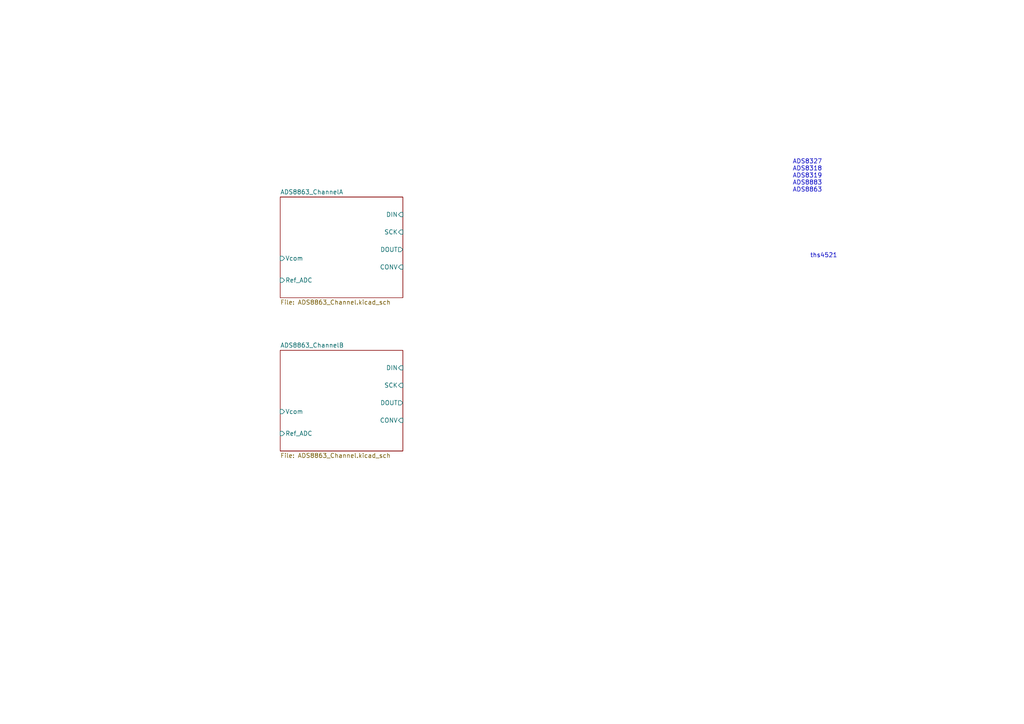
<source format=kicad_sch>
(kicad_sch (version 20211123) (generator eeschema)
  (paper "A4")
  (lib_symbols)
  (text "ths4521\n" (at 234.95 74.93 0) (effects (font (size 1.27 1.27)) (justify left bottom)))
  (text "ADS8327 \nADS8318 \nADS8319\nADS8883\nADS8863\n" (at 229.87 55.88 0) (effects (font (size 1.27 1.27)) (justify left bottom)))
  (sheet (at 81.28 57.15) (size 35.56 29.21) (stroke (width 0.1524))
    (property "Sheet name" "ADS8863_ChannelA" (at 81.28 56.4384 0) (effects (justify left bottom)))
    (property "Sheet file" "ADS8863_Channel.kicad_sch" (at 81.28 86.9446 0) (effects (justify left top)))
    (pin "Ref_ADC" input (at 81.28 81.28 180))
    (pin "Vcom" input (at 81.28 74.93 180))
    (pin "DIN" input (at 116.84 62.23 0))
    (pin "SCK" input (at 116.84 67.31 0))
    (pin "DOUT" output (at 116.84 72.39 0))
    (pin "CONV" input (at 116.84 77.47 0))
  )
  (sheet (at 81.28 101.6) (size 35.56 29.21) (stroke (width 0.1524))
    (property "Sheet name" "ADS8863_ChannelB" (at 81.28 100.8884 0) (effects (justify left bottom)))
    (property "Sheet file" "ADS8863_Channel.kicad_sch" (at 81.28 131.3946 0) (effects (justify left top)))
    (pin "Ref_ADC" input (at 81.28 125.73 180))
    (pin "Vcom" input (at 81.28 119.38 180))
    (pin "DIN" input (at 116.84 106.68 0))
    (pin "SCK" input (at 116.84 111.76 0))
    (pin "DOUT" output (at 116.84 116.84 0))
    (pin "CONV" input (at 116.84 121.92 0))
  )
)
</source>
